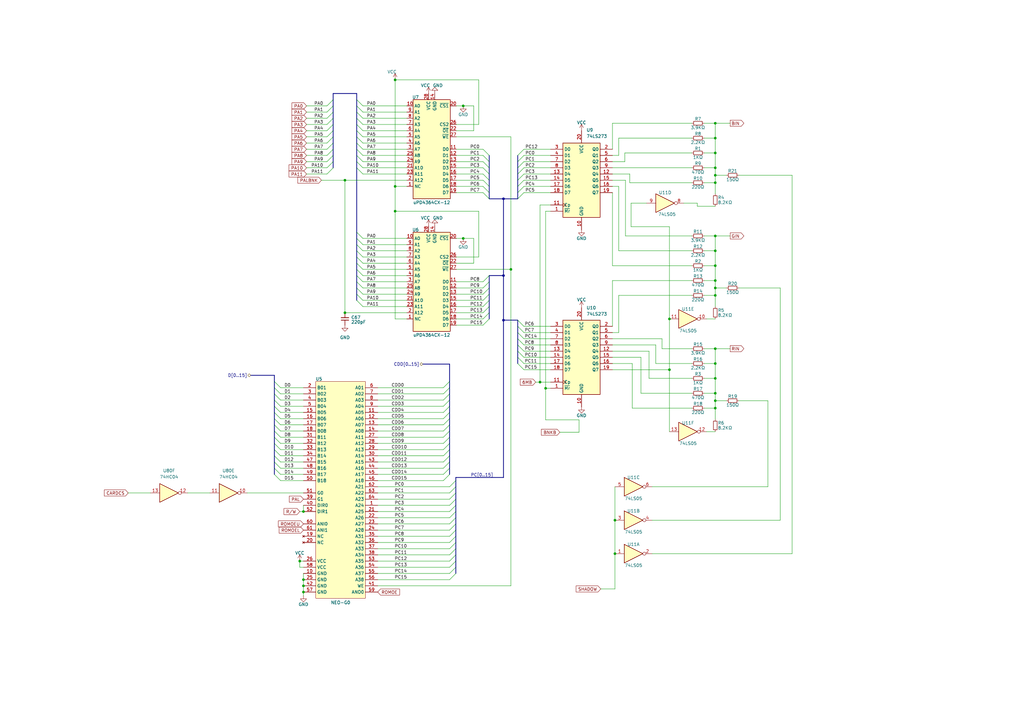
<source format=kicad_sch>
(kicad_sch (version 20211123) (generator eeschema)
  (paper "A3")
  (junction (at 293.37 71.882))
  (junction (at 293.37 115.062))
  (junction (at 122.936 230.124))
  (junction (at 189.992 43.434))
  (junction (at 252.222 227.076))
  (junction (at 206.502 131.318))
  (junction (at 293.37 161.29))
  (junction (at 293.37 149.098))
  (junction (at 293.37 164.338))
  (junction (at 274.574 151.638))
  (junction (at 293.37 121.158))
  (junction (at 206.502 81.534))
  (junction (at 252.222 213.36))
  (junction (at 293.37 56.642))
  (junction (at 209.55 110.49))
  (junction (at 293.37 102.87))
  (junction (at 293.37 62.738))
  (junction (at 124.46 237.744))
  (junction (at 162.052 76.454))
  (junction (at 293.37 108.966))
  (junction (at 124.46 240.284))
  (junction (at 293.37 50.546))
  (junction (at 141.478 73.914))
  (junction (at 162.052 32.766))
  (junction (at 293.37 118.11))
  (junction (at 124.46 242.824))
  (junction (at 189.992 97.79))
  (junction (at 206.502 113.03))
  (junction (at 221.488 156.718))
  (junction (at 293.37 143.002))
  (junction (at 293.37 68.834))
  (junction (at 293.37 155.194))
  (junction (at 293.37 74.93))
  (junction (at 274.574 130.81))
  (junction (at 223.774 159.258))
  (junction (at 124.46 209.804))
  (junction (at 293.37 96.774))
  (junction (at 293.37 167.386))
  (junction (at 141.478 128.27))
  (junction (at 162.052 86.614))
  (bus_entry (at 146.304 97.79) (size 2.54 2.54))
  (bus_entry (at 186.944 217.424) (size -2.54 2.54))
  (bus_entry (at 184.404 161.544) (size -2.54 2.54))
  (bus_entry (at 186.944 207.264) (size -2.54 2.54))
  (bus_entry (at 198.12 115.57) (size 2.54 -2.54))
  (bus_entry (at 198.12 78.994) (size 2.54 2.54))
  (bus_entry (at 198.12 61.214) (size 2.54 2.54))
  (bus_entry (at 198.12 68.834) (size 2.54 2.54))
  (bus_entry (at 136.652 43.434) (size -2.54 2.54))
  (bus_entry (at 186.944 227.584) (size -2.54 2.54))
  (bus_entry (at 198.12 125.73) (size 2.54 -2.54))
  (bus_entry (at 112.522 166.624) (size 2.54 2.54))
  (bus_entry (at 146.304 113.03) (size 2.54 2.54))
  (bus_entry (at 136.652 51.054) (size -2.54 2.54))
  (bus_entry (at 136.652 48.514) (size -2.54 2.54))
  (bus_entry (at 146.304 58.674) (size 2.54 2.54))
  (bus_entry (at 112.522 174.244) (size 2.54 2.54))
  (bus_entry (at 136.652 56.134) (size -2.54 2.54))
  (bus_entry (at 146.304 56.134) (size 2.54 2.54))
  (bus_entry (at 198.12 73.914) (size 2.54 2.54))
  (bus_entry (at 186.944 204.724) (size -2.54 2.54))
  (bus_entry (at 214.884 146.558) (size -2.54 -2.54))
  (bus_entry (at 184.404 174.244) (size -2.54 2.54))
  (bus_entry (at 112.522 169.164) (size 2.54 2.54))
  (bus_entry (at 198.12 118.11) (size 2.54 -2.54))
  (bus_entry (at 146.304 120.65) (size 2.54 2.54))
  (bus_entry (at 198.12 71.374) (size 2.54 2.54))
  (bus_entry (at 214.884 73.914) (size -2.54 2.54))
  (bus_entry (at 186.944 222.504) (size -2.54 2.54))
  (bus_entry (at 184.404 194.564) (size -2.54 2.54))
  (bus_entry (at 186.944 212.344) (size -2.54 2.54))
  (bus_entry (at 112.522 171.704) (size 2.54 2.54))
  (bus_entry (at 214.884 138.938) (size -2.54 -2.54))
  (bus_entry (at 136.652 61.214) (size -2.54 2.54))
  (bus_entry (at 136.652 40.894) (size -2.54 2.54))
  (bus_entry (at 214.884 61.214) (size -2.54 2.54))
  (bus_entry (at 146.304 63.754) (size 2.54 2.54))
  (bus_entry (at 214.884 76.454) (size -2.54 2.54))
  (bus_entry (at 184.404 184.404) (size -2.54 2.54))
  (bus_entry (at 214.884 136.398) (size -2.54 -2.54))
  (bus_entry (at 146.304 53.594) (size 2.54 2.54))
  (bus_entry (at 146.304 102.87) (size 2.54 2.54))
  (bus_entry (at 198.12 63.754) (size 2.54 2.54))
  (bus_entry (at 146.304 107.95) (size 2.54 2.54))
  (bus_entry (at 146.304 105.41) (size 2.54 2.54))
  (bus_entry (at 146.304 48.514) (size 2.54 2.54))
  (bus_entry (at 214.884 63.754) (size -2.54 2.54))
  (bus_entry (at 146.304 118.11) (size 2.54 2.54))
  (bus_entry (at 186.944 214.884) (size -2.54 2.54))
  (bus_entry (at 136.652 66.294) (size -2.54 2.54))
  (bus_entry (at 146.304 45.974) (size 2.54 2.54))
  (bus_entry (at 184.404 159.004) (size -2.54 2.54))
  (bus_entry (at 112.522 194.564) (size 2.54 2.54))
  (bus_entry (at 198.12 76.454) (size 2.54 2.54))
  (bus_entry (at 198.12 66.294) (size 2.54 2.54))
  (bus_entry (at 112.522 164.084) (size 2.54 2.54))
  (bus_entry (at 146.304 68.834) (size 2.54 2.54))
  (bus_entry (at 146.304 110.49) (size 2.54 2.54))
  (bus_entry (at 146.304 51.054) (size 2.54 2.54))
  (bus_entry (at 214.884 151.638) (size -2.54 -2.54))
  (bus_entry (at 136.652 63.754) (size -2.54 2.54))
  (bus_entry (at 186.944 197.104) (size -2.54 2.54))
  (bus_entry (at 136.652 45.974) (size -2.54 2.54))
  (bus_entry (at 184.404 181.864) (size -2.54 2.54))
  (bus_entry (at 146.304 43.434) (size 2.54 2.54))
  (bus_entry (at 112.522 184.404) (size 2.54 2.54))
  (bus_entry (at 214.884 144.018) (size -2.54 -2.54))
  (bus_entry (at 198.12 120.65) (size 2.54 -2.54))
  (bus_entry (at 214.884 78.994) (size -2.54 2.54))
  (bus_entry (at 112.522 192.024) (size 2.54 2.54))
  (bus_entry (at 186.944 209.804) (size -2.54 2.54))
  (bus_entry (at 184.404 179.324) (size -2.54 2.54))
  (bus_entry (at 186.944 235.204) (size -2.54 2.54))
  (bus_entry (at 184.404 164.084) (size -2.54 2.54))
  (bus_entry (at 146.304 66.294) (size 2.54 2.54))
  (bus_entry (at 136.652 58.674) (size -2.54 2.54))
  (bus_entry (at 198.12 130.81) (size 2.54 -2.54))
  (bus_entry (at 198.12 128.27) (size 2.54 -2.54))
  (bus_entry (at 112.522 159.004) (size 2.54 2.54))
  (bus_entry (at 186.944 230.124) (size -2.54 2.54))
  (bus_entry (at 112.522 186.944) (size 2.54 2.54))
  (bus_entry (at 146.304 100.33) (size 2.54 2.54))
  (bus_entry (at 184.404 171.704) (size -2.54 2.54))
  (bus_entry (at 214.884 68.834) (size -2.54 2.54))
  (bus_entry (at 214.884 133.858) (size -2.54 -2.54))
  (bus_entry (at 198.12 123.19) (size 2.54 -2.54))
  (bus_entry (at 112.522 176.784) (size 2.54 2.54))
  (bus_entry (at 184.404 186.944) (size -2.54 2.54))
  (bus_entry (at 186.944 219.964) (size -2.54 2.54))
  (bus_entry (at 146.304 61.214) (size 2.54 2.54))
  (bus_entry (at 214.884 149.098) (size -2.54 -2.54))
  (bus_entry (at 214.884 66.294) (size -2.54 2.54))
  (bus_entry (at 136.652 53.594) (size -2.54 2.54))
  (bus_entry (at 136.652 68.834) (size -2.54 2.54))
  (bus_entry (at 214.884 71.374) (size -2.54 2.54))
  (bus_entry (at 186.944 232.664) (size -2.54 2.54))
  (bus_entry (at 184.404 192.024) (size -2.54 2.54))
  (bus_entry (at 214.884 141.478) (size -2.54 -2.54))
  (bus_entry (at 112.522 161.544) (size 2.54 2.54))
  (bus_entry (at 198.12 133.35) (size 2.54 -2.54))
  (bus_entry (at 146.304 40.894) (size 2.54 2.54))
  (bus_entry (at 184.404 156.464) (size -2.54 2.54))
  (bus_entry (at 184.404 176.784) (size -2.54 2.54))
  (bus_entry (at 146.304 95.25) (size 2.54 2.54))
  (bus_entry (at 184.404 189.484) (size -2.54 2.54))
  (bus_entry (at 186.944 199.644) (size -2.54 2.54))
  (bus_entry (at 112.522 179.324) (size 2.54 2.54))
  (bus_entry (at 146.304 123.19) (size 2.54 2.54))
  (bus_entry (at 186.944 202.184) (size -2.54 2.54))
  (bus_entry (at 112.522 181.864) (size 2.54 2.54))
  (bus_entry (at 184.404 169.164) (size -2.54 2.54))
  (bus_entry (at 146.304 115.57) (size 2.54 2.54))
  (bus_entry (at 112.522 189.484) (size 2.54 2.54))
  (bus_entry (at 112.522 156.464) (size 2.54 2.54))
  (bus_entry (at 186.944 225.044) (size -2.54 2.54))
  (bus_entry (at 184.404 166.624) (size -2.54 2.54))
  (bus (pts (xy 112.522 192.024) (xy 112.522 189.484)))
  (wire (pts (xy 253.746 102.87) (xy 283.718 102.87)))
  (bus (pts (xy 112.522 186.944) (xy 112.522 184.404)))
  (wire (pts (xy 125.73 45.974) (xy 134.112 45.974)))
  (bus (pts (xy 184.404 171.704) (xy 184.404 169.164)))
  (bus (pts (xy 112.522 194.564) (xy 112.522 192.024)))
  (wire (pts (xy 76.962 202.184) (xy 86.106 202.184)))
  (wire (pts (xy 154.94 161.544) (xy 181.864 161.544)))
  (wire (pts (xy 320.04 213.36) (xy 267.462 213.36)))
  (wire (pts (xy 154.94 240.284) (xy 209.55 240.284)))
  (bus (pts (xy 184.404 156.464) (xy 184.404 149.352)))
  (wire (pts (xy 148.844 63.754) (xy 166.878 63.754)))
  (wire (pts (xy 125.73 71.374) (xy 134.112 71.374)))
  (wire (pts (xy 154.94 217.424) (xy 184.404 217.424)))
  (wire (pts (xy 148.844 100.33) (xy 166.878 100.33)))
  (wire (pts (xy 293.37 50.546) (xy 293.37 56.642)))
  (wire (pts (xy 293.37 118.11) (xy 293.37 121.158)))
  (wire (pts (xy 280.416 83.312) (xy 286.004 83.312)))
  (wire (pts (xy 288.798 108.966) (xy 293.37 108.966)))
  (wire (pts (xy 124.46 159.004) (xy 115.062 159.004)))
  (wire (pts (xy 274.574 151.638) (xy 274.574 177.038)))
  (bus (pts (xy 146.304 48.514) (xy 146.304 45.974)))
  (wire (pts (xy 251.206 108.966) (xy 283.718 108.966)))
  (wire (pts (xy 259.334 167.386) (xy 259.334 149.098)))
  (wire (pts (xy 225.806 133.858) (xy 214.884 133.858)))
  (wire (pts (xy 124.46 169.164) (xy 115.062 169.164)))
  (wire (pts (xy 288.798 96.774) (xy 293.37 96.774)))
  (wire (pts (xy 148.844 113.03) (xy 166.878 113.03)))
  (bus (pts (xy 212.344 136.398) (xy 212.344 133.858)))
  (wire (pts (xy 196.342 86.614) (xy 162.052 86.614)))
  (bus (pts (xy 186.944 212.344) (xy 186.944 209.804)))
  (wire (pts (xy 154.94 192.024) (xy 181.864 192.024)))
  (wire (pts (xy 268.986 149.098) (xy 283.718 149.098)))
  (wire (pts (xy 189.992 97.79) (xy 194.31 97.79)))
  (wire (pts (xy 293.37 161.29) (xy 293.37 164.338)))
  (wire (pts (xy 154.94 204.724) (xy 184.404 204.724)))
  (wire (pts (xy 262.89 161.29) (xy 283.718 161.29)))
  (bus (pts (xy 112.522 164.084) (xy 112.522 161.544)))
  (wire (pts (xy 225.806 76.454) (xy 214.884 76.454)))
  (wire (pts (xy 288.798 74.93) (xy 293.37 74.93)))
  (wire (pts (xy 125.73 61.214) (xy 134.112 61.214)))
  (wire (pts (xy 293.37 96.774) (xy 299.466 96.774)))
  (bus (pts (xy 136.652 56.134) (xy 136.652 53.594)))
  (bus (pts (xy 112.522 161.544) (xy 112.522 159.004)))
  (bus (pts (xy 200.66 81.534) (xy 206.502 81.534)))
  (wire (pts (xy 162.052 86.614) (xy 162.052 76.454)))
  (wire (pts (xy 124.46 237.744) (xy 124.46 240.284)))
  (wire (pts (xy 251.206 115.062) (xy 251.206 133.858)))
  (bus (pts (xy 186.944 204.724) (xy 186.944 202.184)))
  (wire (pts (xy 271.526 143.002) (xy 271.526 138.938)))
  (bus (pts (xy 136.652 61.214) (xy 136.652 58.674)))
  (wire (pts (xy 223.774 159.258) (xy 225.806 159.258)))
  (bus (pts (xy 146.304 115.57) (xy 146.304 113.03)))
  (bus (pts (xy 186.944 214.884) (xy 186.944 212.344)))
  (bus (pts (xy 184.404 189.484) (xy 184.404 186.944)))
  (wire (pts (xy 154.94 186.944) (xy 181.864 186.944)))
  (bus (pts (xy 146.304 118.11) (xy 146.304 115.57)))
  (wire (pts (xy 187.198 97.79) (xy 189.992 97.79)))
  (bus (pts (xy 184.404 174.244) (xy 184.404 171.704)))
  (wire (pts (xy 293.37 143.002) (xy 299.466 143.002)))
  (bus (pts (xy 112.522 181.864) (xy 112.522 179.324)))
  (wire (pts (xy 293.37 125.73) (xy 293.37 121.158)))
  (wire (pts (xy 251.206 115.062) (xy 283.718 115.062)))
  (wire (pts (xy 288.798 167.386) (xy 293.37 167.386)))
  (wire (pts (xy 52.578 202.184) (xy 61.722 202.184)))
  (bus (pts (xy 136.652 63.754) (xy 136.652 61.214)))
  (bus (pts (xy 146.304 63.754) (xy 146.304 61.214)))
  (wire (pts (xy 141.478 128.27) (xy 141.478 73.914)))
  (wire (pts (xy 251.206 78.994) (xy 251.206 108.966)))
  (bus (pts (xy 112.522 174.244) (xy 112.522 171.704)))
  (bus (pts (xy 186.944 209.804) (xy 186.944 207.264)))
  (bus (pts (xy 146.304 113.03) (xy 146.304 110.49)))
  (wire (pts (xy 258.826 92.964) (xy 274.574 92.964)))
  (wire (pts (xy 271.526 138.938) (xy 251.206 138.938)))
  (wire (pts (xy 293.37 108.966) (xy 293.37 115.062)))
  (wire (pts (xy 162.052 76.454) (xy 166.878 76.454)))
  (wire (pts (xy 288.798 62.738) (xy 293.37 62.738)))
  (bus (pts (xy 136.652 58.674) (xy 136.652 56.134)))
  (wire (pts (xy 154.94 212.344) (xy 184.404 212.344)))
  (wire (pts (xy 225.806 63.754) (xy 214.884 63.754)))
  (wire (pts (xy 268.986 141.478) (xy 268.986 149.098)))
  (wire (pts (xy 293.37 164.338) (xy 293.37 167.386)))
  (bus (pts (xy 146.304 97.79) (xy 146.304 95.25)))
  (bus (pts (xy 200.66 113.03) (xy 206.502 113.03)))
  (bus (pts (xy 200.66 115.57) (xy 200.66 113.03)))
  (wire (pts (xy 148.844 107.95) (xy 166.878 107.95)))
  (bus (pts (xy 212.344 68.834) (xy 212.344 71.374)))
  (wire (pts (xy 194.31 43.434) (xy 194.31 53.594)))
  (wire (pts (xy 253.746 56.642) (xy 283.718 56.642)))
  (wire (pts (xy 125.73 48.514) (xy 134.112 48.514)))
  (wire (pts (xy 154.94 235.204) (xy 184.404 235.204)))
  (wire (pts (xy 154.94 209.804) (xy 184.404 209.804)))
  (bus (pts (xy 146.304 56.134) (xy 146.304 53.594)))
  (bus (pts (xy 146.304 123.19) (xy 146.304 120.65)))
  (wire (pts (xy 125.73 56.134) (xy 134.112 56.134)))
  (wire (pts (xy 293.37 96.774) (xy 293.37 102.87)))
  (wire (pts (xy 166.878 130.81) (xy 162.052 130.81)))
  (wire (pts (xy 283.718 167.386) (xy 259.334 167.386)))
  (bus (pts (xy 136.652 48.514) (xy 136.652 45.974)))
  (bus (pts (xy 200.66 123.19) (xy 200.66 120.65)))
  (wire (pts (xy 293.37 79.502) (xy 293.37 74.93)))
  (wire (pts (xy 324.866 227.076) (xy 324.866 71.882)))
  (wire (pts (xy 223.774 172.212) (xy 237.49 172.212)))
  (bus (pts (xy 200.66 125.73) (xy 200.66 123.19)))
  (wire (pts (xy 148.844 66.294) (xy 166.878 66.294)))
  (wire (pts (xy 274.574 92.964) (xy 274.574 130.81)))
  (wire (pts (xy 124.46 192.024) (xy 115.062 192.024)))
  (wire (pts (xy 148.844 123.19) (xy 166.878 123.19)))
  (wire (pts (xy 154.94 230.124) (xy 184.404 230.124)))
  (bus (pts (xy 112.522 184.404) (xy 112.522 181.864)))
  (wire (pts (xy 297.942 164.338) (xy 293.37 164.338)))
  (wire (pts (xy 187.198 130.81) (xy 198.12 130.81)))
  (wire (pts (xy 154.94 174.244) (xy 181.864 174.244)))
  (bus (pts (xy 212.344 78.994) (xy 212.344 81.534)))
  (wire (pts (xy 194.31 53.594) (xy 187.198 53.594)))
  (bus (pts (xy 186.944 230.124) (xy 186.944 227.584)))
  (wire (pts (xy 288.798 143.002) (xy 293.37 143.002)))
  (wire (pts (xy 148.844 118.11) (xy 166.878 118.11)))
  (bus (pts (xy 146.304 58.674) (xy 146.304 56.134)))
  (wire (pts (xy 101.346 202.184) (xy 124.46 202.184)))
  (bus (pts (xy 184.404 186.944) (xy 184.404 184.404)))
  (wire (pts (xy 124.46 181.864) (xy 115.062 181.864)))
  (wire (pts (xy 125.73 51.054) (xy 134.112 51.054)))
  (wire (pts (xy 225.806 151.638) (xy 214.884 151.638)))
  (wire (pts (xy 148.844 110.49) (xy 166.878 110.49)))
  (wire (pts (xy 187.198 123.19) (xy 198.12 123.19)))
  (wire (pts (xy 162.052 76.454) (xy 162.052 32.766)))
  (wire (pts (xy 303.022 118.11) (xy 320.04 118.11)))
  (wire (pts (xy 148.844 58.674) (xy 166.878 58.674)))
  (bus (pts (xy 146.304 43.434) (xy 146.304 40.894)))
  (wire (pts (xy 154.94 222.504) (xy 184.404 222.504)))
  (wire (pts (xy 253.746 136.398) (xy 251.206 136.398)))
  (wire (pts (xy 154.94 166.624) (xy 181.864 166.624)))
  (wire (pts (xy 148.844 68.834) (xy 166.878 68.834)))
  (wire (pts (xy 265.176 83.312) (xy 258.826 83.312)))
  (bus (pts (xy 186.944 202.184) (xy 186.944 199.644)))
  (bus (pts (xy 136.652 43.434) (xy 136.652 40.894)))
  (wire (pts (xy 253.746 63.754) (xy 253.746 56.642)))
  (bus (pts (xy 136.652 66.294) (xy 136.652 63.754)))
  (wire (pts (xy 194.31 97.79) (xy 194.31 107.95)))
  (wire (pts (xy 154.94 189.484) (xy 181.864 189.484)))
  (wire (pts (xy 148.844 45.974) (xy 166.878 45.974)))
  (wire (pts (xy 124.46 166.624) (xy 115.062 166.624)))
  (bus (pts (xy 102.87 153.924) (xy 112.522 153.924)))
  (bus (pts (xy 184.404 159.004) (xy 184.404 156.464)))
  (wire (pts (xy 293.37 143.002) (xy 293.37 149.098)))
  (bus (pts (xy 146.304 61.214) (xy 146.304 58.674)))
  (bus (pts (xy 212.344 133.858) (xy 212.344 131.318)))
  (wire (pts (xy 314.96 199.644) (xy 314.96 164.338)))
  (bus (pts (xy 186.944 195.834) (xy 206.502 195.834)))
  (wire (pts (xy 154.94 194.564) (xy 181.864 194.564)))
  (wire (pts (xy 148.844 48.514) (xy 166.878 48.514)))
  (bus (pts (xy 184.404 166.624) (xy 184.404 164.084)))
  (wire (pts (xy 225.806 146.558) (xy 214.884 146.558)))
  (wire (pts (xy 124.46 197.104) (xy 115.062 197.104)))
  (wire (pts (xy 251.206 76.454) (xy 253.746 76.454)))
  (bus (pts (xy 186.944 197.104) (xy 186.944 195.834)))
  (bus (pts (xy 146.304 40.894) (xy 146.304 38.354)))
  (bus (pts (xy 200.66 71.374) (xy 200.66 73.914)))
  (bus (pts (xy 184.404 181.864) (xy 184.404 179.324)))
  (bus (pts (xy 112.522 166.624) (xy 112.522 164.084)))
  (wire (pts (xy 297.942 71.882) (xy 293.37 71.882)))
  (bus (pts (xy 200.66 120.65) (xy 200.66 118.11)))
  (bus (pts (xy 200.66 76.454) (xy 200.66 78.994)))
  (bus (pts (xy 146.304 107.95) (xy 146.304 105.41)))
  (wire (pts (xy 274.574 130.81) (xy 274.574 151.638)))
  (wire (pts (xy 187.198 105.41) (xy 196.342 105.41)))
  (wire (pts (xy 258.318 71.374) (xy 258.318 74.93)))
  (wire (pts (xy 251.206 146.558) (xy 262.89 146.558)))
  (wire (pts (xy 251.206 141.478) (xy 268.986 141.478)))
  (wire (pts (xy 154.94 237.744) (xy 184.404 237.744)))
  (bus (pts (xy 200.66 66.294) (xy 200.66 68.834)))
  (wire (pts (xy 283.718 121.158) (xy 253.746 121.158)))
  (wire (pts (xy 225.806 144.018) (xy 214.884 144.018)))
  (wire (pts (xy 148.844 105.41) (xy 166.878 105.41)))
  (wire (pts (xy 148.844 51.054) (xy 166.878 51.054)))
  (wire (pts (xy 154.94 159.004) (xy 181.864 159.004)))
  (wire (pts (xy 288.798 50.546) (xy 293.37 50.546)))
  (bus (pts (xy 112.522 171.704) (xy 112.522 169.164)))
  (wire (pts (xy 286.004 83.312) (xy 286.004 84.582)))
  (wire (pts (xy 256.286 66.294) (xy 256.286 62.738)))
  (wire (pts (xy 154.94 214.884) (xy 184.404 214.884)))
  (bus (pts (xy 112.522 169.164) (xy 112.522 166.624)))
  (bus (pts (xy 112.522 179.324) (xy 112.522 176.784)))
  (bus (pts (xy 112.522 176.784) (xy 112.522 174.244)))
  (wire (pts (xy 288.798 155.194) (xy 293.37 155.194)))
  (wire (pts (xy 122.936 230.124) (xy 122.936 232.664)))
  (wire (pts (xy 293.37 71.882) (xy 293.37 74.93)))
  (wire (pts (xy 122.936 230.124) (xy 124.46 230.124)))
  (wire (pts (xy 288.798 56.642) (xy 293.37 56.642)))
  (bus (pts (xy 186.944 230.124) (xy 186.944 232.664)))
  (wire (pts (xy 148.844 125.73) (xy 166.878 125.73)))
  (wire (pts (xy 131.826 73.914) (xy 141.478 73.914)))
  (bus (pts (xy 184.404 164.084) (xy 184.404 161.544)))
  (wire (pts (xy 256.54 73.914) (xy 256.54 96.774)))
  (wire (pts (xy 221.488 156.718) (xy 225.806 156.718)))
  (wire (pts (xy 196.342 32.766) (xy 196.342 51.054)))
  (wire (pts (xy 288.798 161.29) (xy 293.37 161.29)))
  (bus (pts (xy 212.344 149.098) (xy 212.344 146.558)))
  (bus (pts (xy 212.344 66.294) (xy 212.344 68.834)))
  (wire (pts (xy 225.806 136.398) (xy 214.884 136.398)))
  (wire (pts (xy 283.718 50.546) (xy 251.206 50.546)))
  (wire (pts (xy 187.198 125.73) (xy 198.12 125.73)))
  (bus (pts (xy 212.344 71.374) (xy 212.344 73.914)))
  (wire (pts (xy 194.31 107.95) (xy 187.198 107.95)))
  (bus (pts (xy 212.344 63.754) (xy 212.344 66.294)))
  (wire (pts (xy 124.46 194.564) (xy 115.062 194.564)))
  (wire (pts (xy 221.488 84.074) (xy 225.806 84.074)))
  (bus (pts (xy 200.66 63.754) (xy 200.66 66.294)))
  (wire (pts (xy 148.844 61.214) (xy 166.878 61.214)))
  (wire (pts (xy 187.198 66.294) (xy 198.12 66.294)))
  (wire (pts (xy 225.806 73.914) (xy 214.884 73.914)))
  (wire (pts (xy 187.198 73.914) (xy 198.12 73.914)))
  (wire (pts (xy 221.488 156.718) (xy 221.488 84.074)))
  (bus (pts (xy 186.944 222.504) (xy 186.944 219.964)))
  (wire (pts (xy 187.198 110.49) (xy 209.55 110.49)))
  (wire (pts (xy 288.798 115.062) (xy 293.37 115.062)))
  (wire (pts (xy 225.806 68.834) (xy 214.884 68.834)))
  (wire (pts (xy 283.718 143.002) (xy 271.526 143.002)))
  (wire (pts (xy 320.04 118.11) (xy 320.04 213.36)))
  (wire (pts (xy 293.37 102.87) (xy 293.37 108.966)))
  (wire (pts (xy 289.814 177.038) (xy 293.37 177.038)))
  (wire (pts (xy 256.54 96.774) (xy 283.718 96.774)))
  (wire (pts (xy 293.37 62.738) (xy 293.37 68.834)))
  (wire (pts (xy 293.37 171.958) (xy 293.37 167.386)))
  (wire (pts (xy 251.206 68.834) (xy 283.718 68.834)))
  (wire (pts (xy 187.198 71.374) (xy 198.12 71.374)))
  (bus (pts (xy 206.502 131.318) (xy 212.344 131.318)))
  (wire (pts (xy 251.206 73.914) (xy 256.54 73.914)))
  (bus (pts (xy 146.304 68.834) (xy 146.304 95.25)))
  (wire (pts (xy 187.198 120.65) (xy 198.12 120.65)))
  (bus (pts (xy 186.944 225.044) (xy 186.944 222.504)))
  (wire (pts (xy 252.222 227.076) (xy 252.222 241.554)))
  (wire (pts (xy 251.206 66.294) (xy 256.286 66.294)))
  (wire (pts (xy 189.992 43.434) (xy 194.31 43.434)))
  (bus (pts (xy 112.522 156.464) (xy 112.522 153.924)))
  (bus (pts (xy 146.304 45.974) (xy 146.304 43.434)))
  (bus (pts (xy 146.304 102.87) (xy 146.304 100.33)))
  (wire (pts (xy 223.774 86.614) (xy 223.774 159.258)))
  (wire (pts (xy 246.38 241.554) (xy 252.222 241.554)))
  (bus (pts (xy 206.502 81.534) (xy 206.502 113.03)))
  (wire (pts (xy 154.94 232.664) (xy 184.404 232.664)))
  (wire (pts (xy 125.73 63.754) (xy 134.112 63.754)))
  (wire (pts (xy 154.94 184.404) (xy 181.864 184.404)))
  (wire (pts (xy 154.94 179.324) (xy 181.864 179.324)))
  (wire (pts (xy 293.37 115.062) (xy 293.37 118.11)))
  (bus (pts (xy 173.482 149.352) (xy 184.404 149.352)))
  (wire (pts (xy 124.46 209.804) (xy 122.936 209.804)))
  (wire (pts (xy 223.774 159.258) (xy 223.774 172.212)))
  (wire (pts (xy 124.46 171.704) (xy 115.062 171.704)))
  (bus (pts (xy 206.502 113.03) (xy 206.502 131.318)))
  (wire (pts (xy 148.844 115.57) (xy 166.878 115.57)))
  (wire (pts (xy 258.318 74.93) (xy 283.718 74.93)))
  (bus (pts (xy 186.944 199.644) (xy 186.944 197.104)))
  (bus (pts (xy 212.344 138.938) (xy 212.344 136.398)))
  (wire (pts (xy 187.198 128.27) (xy 198.12 128.27)))
  (wire (pts (xy 267.462 227.076) (xy 324.866 227.076)))
  (wire (pts (xy 288.798 149.098) (xy 293.37 149.098)))
  (wire (pts (xy 283.718 155.194) (xy 266.192 155.194)))
  (wire (pts (xy 124.46 179.324) (xy 115.062 179.324)))
  (bus (pts (xy 146.304 53.594) (xy 146.304 51.054)))
  (wire (pts (xy 256.286 62.738) (xy 283.718 62.738)))
  (wire (pts (xy 125.73 43.434) (xy 134.112 43.434)))
  (wire (pts (xy 154.94 199.644) (xy 184.404 199.644)))
  (wire (pts (xy 266.192 144.018) (xy 251.206 144.018)))
  (wire (pts (xy 225.806 141.478) (xy 214.884 141.478)))
  (bus (pts (xy 184.404 194.564) (xy 184.404 192.024)))
  (bus (pts (xy 212.344 76.454) (xy 212.344 78.994)))
  (bus (pts (xy 186.944 217.424) (xy 186.944 214.884)))
  (wire (pts (xy 267.462 199.644) (xy 314.96 199.644)))
  (wire (pts (xy 266.192 155.194) (xy 266.192 144.018)))
  (wire (pts (xy 259.334 149.098) (xy 251.206 149.098)))
  (bus (pts (xy 200.66 128.27) (xy 200.66 125.73)))
  (bus (pts (xy 184.404 161.544) (xy 184.404 159.004)))
  (wire (pts (xy 187.198 43.434) (xy 189.992 43.434)))
  (wire (pts (xy 262.89 146.558) (xy 262.89 161.29)))
  (wire (pts (xy 187.198 76.454) (xy 198.12 76.454)))
  (wire (pts (xy 187.198 61.214) (xy 198.12 61.214)))
  (wire (pts (xy 225.806 149.098) (xy 214.884 149.098)))
  (wire (pts (xy 154.94 169.164) (xy 181.864 169.164)))
  (wire (pts (xy 225.806 71.374) (xy 214.884 71.374)))
  (bus (pts (xy 136.652 51.054) (xy 136.652 48.514)))
  (wire (pts (xy 154.94 207.264) (xy 184.404 207.264)))
  (wire (pts (xy 187.198 68.834) (xy 198.12 68.834)))
  (wire (pts (xy 124.46 186.944) (xy 115.062 186.944)))
  (bus (pts (xy 212.344 141.478) (xy 212.344 138.938)))
  (wire (pts (xy 229.616 177.292) (xy 237.49 177.292)))
  (bus (pts (xy 136.652 68.834) (xy 136.652 66.294)))
  (bus (pts (xy 184.404 169.164) (xy 184.404 166.624)))
  (wire (pts (xy 148.844 102.87) (xy 166.878 102.87)))
  (wire (pts (xy 187.198 78.994) (xy 198.12 78.994)))
  (wire (pts (xy 124.46 207.264) (xy 124.46 209.804)))
  (wire (pts (xy 125.73 53.594) (xy 134.112 53.594)))
  (wire (pts (xy 154.94 225.044) (xy 184.404 225.044)))
  (bus (pts (xy 136.652 45.974) (xy 136.652 43.434)))
  (wire (pts (xy 219.71 156.718) (xy 221.488 156.718)))
  (wire (pts (xy 124.46 161.544) (xy 115.062 161.544)))
  (wire (pts (xy 125.73 58.674) (xy 134.112 58.674)))
  (wire (pts (xy 162.052 32.766) (xy 196.342 32.766)))
  (wire (pts (xy 196.342 105.41) (xy 196.342 86.614)))
  (bus (pts (xy 212.344 146.558) (xy 212.344 144.018)))
  (bus (pts (xy 146.304 68.834) (xy 146.304 66.294)))
  (wire (pts (xy 286.004 84.582) (xy 293.37 84.582)))
  (bus (pts (xy 184.404 184.404) (xy 184.404 181.864)))
  (bus (pts (xy 212.344 81.534) (xy 206.502 81.534)))
  (wire (pts (xy 148.844 71.374) (xy 166.878 71.374)))
  (wire (pts (xy 154.94 202.184) (xy 184.404 202.184)))
  (bus (pts (xy 200.66 73.914) (xy 200.66 76.454)))
  (bus (pts (xy 200.66 68.834) (xy 200.66 71.374)))
  (bus (pts (xy 146.304 51.054) (xy 146.304 48.514)))
  (wire (pts (xy 124.46 240.284) (xy 124.46 242.824)))
  (wire (pts (xy 162.052 86.614) (xy 162.052 130.81)))
  (bus (pts (xy 146.304 105.41) (xy 146.304 102.87)))
  (wire (pts (xy 258.826 83.312) (xy 258.826 92.964)))
  (wire (pts (xy 225.806 138.938) (xy 214.884 138.938)))
  (bus (pts (xy 212.344 144.018) (xy 212.344 141.478)))
  (wire (pts (xy 251.206 151.638) (xy 274.574 151.638)))
  (wire (pts (xy 154.94 181.864) (xy 181.864 181.864)))
  (bus (pts (xy 146.304 110.49) (xy 146.304 107.95)))
  (bus (pts (xy 136.652 53.594) (xy 136.652 51.054)))
  (bus (pts (xy 146.304 120.65) (xy 146.304 118.11)))
  (wire (pts (xy 125.73 66.294) (xy 134.112 66.294)))
  (wire (pts (xy 124.46 174.244) (xy 115.062 174.244)))
  (wire (pts (xy 124.46 242.824) (xy 124.46 244.348)))
  (bus (pts (xy 112.522 189.484) (xy 112.522 186.944)))
  (wire (pts (xy 289.814 130.81) (xy 293.37 130.81)))
  (wire (pts (xy 293.37 50.546) (xy 299.466 50.546)))
  (wire (pts (xy 293.37 68.834) (xy 293.37 71.882)))
  (bus (pts (xy 136.652 38.354) (xy 146.304 38.354)))
  (wire (pts (xy 148.844 97.79) (xy 166.878 97.79)))
  (bus (pts (xy 186.944 219.964) (xy 186.944 217.424)))
  (wire (pts (xy 251.206 63.754) (xy 253.746 63.754)))
  (wire (pts (xy 288.798 102.87) (xy 293.37 102.87)))
  (wire (pts (xy 124.46 184.404) (xy 115.062 184.404)))
  (wire (pts (xy 124.46 189.484) (xy 115.062 189.484)))
  (wire (pts (xy 154.94 219.964) (xy 184.404 219.964)))
  (wire (pts (xy 237.49 172.212) (xy 237.49 177.292)))
  (wire (pts (xy 187.198 63.754) (xy 198.12 63.754)))
  (wire (pts (xy 196.342 51.054) (xy 187.198 51.054)))
  (wire (pts (xy 154.94 164.084) (xy 181.864 164.084)))
  (bus (pts (xy 186.944 232.664) (xy 186.944 235.204)))
  (bus (pts (xy 146.304 100.33) (xy 146.304 97.79)))
  (bus (pts (xy 184.404 176.784) (xy 184.404 174.244)))
  (wire (pts (xy 124.46 232.664) (xy 122.936 232.664)))
  (bus (pts (xy 186.944 227.584) (xy 186.944 225.044)))
  (wire (pts (xy 209.55 240.284) (xy 209.55 110.49)))
  (wire (pts (xy 225.806 66.294) (xy 214.884 66.294)))
  (bus (pts (xy 206.502 131.318) (xy 206.502 195.834)))
  (wire (pts (xy 187.198 133.35) (xy 198.12 133.35)))
  (wire (pts (xy 187.198 115.57) (xy 198.12 115.57)))
  (wire (pts (xy 225.806 78.994) (xy 214.884 78.994)))
  (wire (pts (xy 124.46 235.204) (xy 124.46 237.744)))
  (wire (pts (xy 166.878 128.27) (xy 141.478 128.27)))
  (wire (pts (xy 252.222 213.36) (xy 252.222 227.076)))
  (wire (pts (xy 324.866 71.882) (xy 303.022 71.882)))
  (wire (pts (xy 148.844 43.434) (xy 166.878 43.434)))
  (wire (pts (xy 148.844 120.65) (xy 166.878 120.65)))
  (wire (pts (xy 187.198 118.11) (xy 198.12 118.11)))
  (bus (pts (xy 200.66 130.81) (xy 200.66 128.27)))
  (wire (pts (xy 293.37 56.642) (xy 293.37 62.738)))
  (wire (pts (xy 154.94 176.784) (xy 181.864 176.784)))
  (bus (pts (xy 184.404 179.324) (xy 184.404 176.784)))
  (wire (pts (xy 148.844 53.594) (xy 166.878 53.594)))
  (bus (pts (xy 200.66 118.11) (xy 200.66 115.57)))
  (wire (pts (xy 154.94 197.104) (xy 181.864 197.104)))
  (wire (pts (xy 124.46 176.784) (xy 115.062 176.784)))
  (wire (pts (xy 141.478 73.914) (xy 166.878 73.914)))
  (wire (pts (xy 314.96 164.338) (xy 303.022 164.338)))
  (wire (pts (xy 125.73 68.834) (xy 134.112 68.834)))
  (wire (pts (xy 253.746 76.454) (xy 253.746 102.87)))
  (wire (pts (xy 209.55 110.49) (xy 209.55 56.134)))
  (wire (pts (xy 124.46 164.084) (xy 115.062 164.084)))
  (wire (pts (xy 225.806 86.614) (xy 223.774 86.614)))
  (wire (pts (xy 288.798 68.834) (xy 293.37 68.834)))
  (wire (pts (xy 251.206 50.546) (xy 251.206 61.214)))
  (wire (pts (xy 154.94 227.584) (xy 184.404 227.584)))
  (wire (pts (xy 293.37 149.098) (xy 293.37 155.194)))
  (bus (pts (xy 136.652 40.894) (xy 136.652 38.354)))
  (bus (pts (xy 146.304 66.294) (xy 146.304 63.754)))
  (wire (pts (xy 288.798 121.158) (xy 293.37 121.158)))
  (wire (pts (xy 297.942 118.11) (xy 293.37 118.11)))
  (wire (pts (xy 148.844 56.134) (xy 166.878 56.134)))
  (wire (pts (xy 252.222 199.644) (xy 252.222 213.36)))
  (wire (pts (xy 154.94 171.704) (xy 181.864 171.704)))
  (wire (pts (xy 209.55 56.134) (xy 187.198 56.134)))
  (wire (pts (xy 225.806 61.214) (xy 214.884 61.214)))
  (bus (pts (xy 186.944 207.264) (xy 186.944 204.724)))
  (bus (pts (xy 212.344 73.914) (xy 212.344 76.454)))
  (wire (pts (xy 251.206 71.374) (xy 258.318 71.374)))
  (bus (pts (xy 112.522 159.004) (xy 112.522 156.464)))
  (wire (pts (xy 293.37 155.194) (xy 293.37 161.29)))
  (bus (pts (xy 200.66 78.994) (xy 200.66 81.534)))
  (bus (pts (xy 184.404 192.024) (xy 184.404 189.484)))
  (wire (pts (xy 253.746 121.158) (xy 253.746 136.398)))
  (label "CDD11" (at 160.528 186.944 0))
  (label "PC1" (at 215.392 66.294 0))
  (label "PC12" (at 161.798 230.124 0))
  (label "PC11" (at 215.138 149.098 0))
  (label "CDD9" (at 160.528 181.864 0))
  (label "CDD7" (at 160.528 176.784 0))
  (label "PC2" (at 192.786 66.294 0))
  (label "CDD2" (at 160.528 164.084 0))
  (label "PA5" (at 150.368 110.49 0))
  (label "PC[0..15]" (at 193.04 195.834 0))
  (label "D5" (at 116.586 171.704 0))
  (label "PA0" (at 150.368 97.79 0))
  (label "CDD4" (at 160.528 169.164 0))
  (label "PC13" (at 192.786 128.27 0))
  (label "PC6" (at 215.138 133.858 0))
  (label "D14" (at 116.586 194.564 0))
  (label "PA5" (at 150.368 56.134 0))
  (label "D9" (at 116.586 181.864 0))
  (label "PA6" (at 132.588 58.674 180))
  (label "PC4" (at 215.392 76.454 0))
  (label "PC12" (at 215.392 61.214 0))
  (label "PA2" (at 132.588 48.514 180))
  (label "PA11" (at 150.368 125.73 0))
  (label "PC0" (at 215.392 63.754 0))
  (label "D6" (at 116.586 174.244 0))
  (label "PC0" (at 192.786 61.214 0))
  (label "PA7" (at 150.368 115.57 0))
  (label "D10" (at 116.586 184.404 0))
  (label "PA4" (at 150.368 53.594 0))
  (label "PA3" (at 132.588 51.054 180))
  (label "D0" (at 116.586 159.004 0))
  (label "PA2" (at 150.368 48.514 0))
  (label "PC14" (at 215.138 138.938 0))
  (label "D12" (at 116.586 189.484 0))
  (label "PA11" (at 132.588 71.374 180))
  (label "PA2" (at 150.368 102.87 0))
  (label "D3" (at 116.586 166.624 0))
  (label "D2" (at 116.586 164.084 0))
  (label "PA4" (at 150.368 107.95 0))
  (label "PC1" (at 161.798 202.184 0))
  (label "CDD6" (at 160.528 174.244 0))
  (label "PA11" (at 150.368 71.374 0))
  (label "PA9" (at 132.588 66.294 180))
  (label "PC10" (at 215.138 146.558 0))
  (label "PC15" (at 215.138 151.638 0))
  (label "PC4" (at 192.786 71.374 0))
  (label "PC15" (at 161.798 237.744 0))
  (label "CDD5" (at 160.528 171.704 0))
  (label "PA8" (at 132.588 63.754 180))
  (label "CDD0" (at 160.528 159.004 0))
  (label "CDD10" (at 160.528 184.404 0))
  (label "PC14" (at 161.798 235.204 0))
  (label "CDD15" (at 160.528 197.104 0))
  (label "PC1" (at 192.786 63.754 0))
  (label "PC12" (at 192.786 125.73 0))
  (label "PA0" (at 132.588 43.434 180))
  (label "D8" (at 116.586 179.324 0))
  (label "PC3" (at 192.786 68.834 0))
  (label "PC10" (at 192.786 120.65 0))
  (label "PC5" (at 215.392 78.994 0))
  (label "PC13" (at 215.392 73.914 0))
  (label "PC7" (at 192.786 78.994 0))
  (label "CDD1" (at 160.528 161.544 0))
  (label "PC2" (at 215.392 68.834 0))
  (label "PA8" (at 150.368 63.754 0))
  (label "D13" (at 116.586 192.024 0))
  (label "PC14" (at 192.786 130.81 0))
  (label "CDD14" (at 160.528 194.564 0))
  (label "PA10" (at 150.368 68.834 0))
  (label "CDD3" (at 160.528 166.624 0))
  (label "PA6" (at 150.368 113.03 0))
  (label "PC6" (at 192.786 76.454 0))
  (label "PA3" (at 150.368 105.41 0))
  (label "PC4" (at 161.798 209.804 0))
  (label "PC15" (at 192.786 133.35 0))
  (label "PC3" (at 215.392 71.374 0))
  (label "PC9" (at 215.138 144.018 0))
  (label "PC2" (at 161.798 204.724 0))
  (label "PA9" (at 150.368 120.65 0))
  (label "D7" (at 116.586 176.784 0))
  (label "PC11" (at 161.798 227.584 0))
  (label "PC3" (at 161.798 207.264 0))
  (label "PC8" (at 215.138 141.478 0))
  (label "PC9" (at 192.786 118.11 0))
  (label "PC0" (at 161.798 199.644 0))
  (label "PA5" (at 132.588 56.134 180))
  (label "PA10" (at 132.588 68.834 180))
  (label "D1" (at 116.586 161.544 0))
  (label "D4" (at 116.586 169.164 0))
  (label "PA1" (at 150.368 45.974 0))
  (label "CDD12" (at 160.528 189.484 0))
  (label "PC5" (at 192.786 73.914 0))
  (label "CDD8" (at 160.528 179.324 0))
  (label "PA1" (at 150.368 100.33 0))
  (label "PC7" (at 215.138 136.398 0))
  (label "PA7" (at 132.588 61.214 180))
  (label "PA1" (at 132.588 45.974 180))
  (label "D11" (at 116.586 186.944 0))
  (label "D15" (at 116.586 197.104 0))
  (label "PC11" (at 192.786 123.19 0))
  (label "PC7" (at 161.798 217.424 0))
  (label "PA0" (at 150.368 43.434 0))
  (label "PC6" (at 161.798 214.884 0))
  (label "PC8" (at 161.798 219.964 0))
  (label "PC13" (at 161.798 232.664 0))
  (label "PC9" (at 161.798 222.504 0))
  (label "PA8" (at 150.368 118.11 0))
  (label "CDD13" (at 160.528 192.024 0))
  (label "PC5" (at 161.798 212.344 0))
  (label "PA7" (at 150.368 61.214 0))
  (label "PA6" (at 150.368 58.674 0))
  (label "PA9" (at 150.368 66.294 0))
  (label "PA10" (at 150.368 123.19 0))
  (label "PC8" (at 192.786 115.57 0))
  (label "PA3" (at 150.368 51.054 0))
  (label "PA4" (at 132.588 53.594 180))
  (label "PC10" (at 161.798 225.044 0))
  (global_label "PAL" (shape input) (at 124.46 204.724 180) (property "Intersheet References" "${INTERSHEET_REFS}" (effects hide)))
  (global_label "PA4" (shape input) (at 125.73 53.594 180) (property "Intersheet References" "${INTERSHEET_REFS}" (effects hide)))
  (global_label "ROMOEL" (shape input) (at 124.46 217.424 180) (property "Intersheet References" "${INTERSHEET_REFS}" (effects hide)))
  (global_label "PA2" (shape input) (at 125.73 48.514 180) (property "Intersheet References" "${INTERSHEET_REFS}" (effects hide)))
  (global_label "RIN" (shape output) (at 299.466 143.002 0) (property "Intersheet References" "${INTERSHEET_REFS}" (effects hide)))
  (global_label "BIN" (shape output) (at 299.466 50.546 0) (property "Intersheet References" "${INTERSHEET_REFS}" (effects hide)))
  (global_label "PA0" (shape input) (at 125.73 43.434 180) (property "Intersheet References" "${INTERSHEET_REFS}" (effects hide)))
  (global_label "BNKB" (shape input) (at 229.616 177.292 180) (property "Intersheet References" "${INTERSHEET_REFS}" (effects hide)))
  (global_label "R{slash}W" (shape input) (at 122.936 209.804 180) (property "Intersheet References" "${INTERSHEET_REFS}" (effects hide)))
  (global_label "CARDCS" (shape input) (at 52.578 202.184 180) (property "Intersheet References" "${INTERSHEET_REFS}" (effects hide)))
  (global_label "PA9" (shape input) (at 125.73 66.294 180) (property "Intersheet References" "${INTERSHEET_REFS}" (effects hide)))
  (global_label "ROMOE" (shape input) (at 154.94 242.824 0) (property "Intersheet References" "${INTERSHEET_REFS}" (effects hide)))
  (global_label "PA3" (shape input) (at 125.73 51.054 180) (property "Intersheet References" "${INTERSHEET_REFS}" (effects hide)))
  (global_label "PA6" (shape input) (at 125.73 58.674 180) (property "Intersheet References" "${INTERSHEET_REFS}" (effects hide)))
  (global_label "SHADOW" (shape input) (at 246.38 241.554 180) (property "Intersheet References" "${INTERSHEET_REFS}" (effects hide)))
  (global_label "PA11" (shape input) (at 125.73 71.374 180) (property "Intersheet References" "${INTERSHEET_REFS}" (effects hide)))
  (global_label "GIN" (shape output) (at 299.466 96.774 0) (property "Intersheet References" "${INTERSHEET_REFS}" (effects hide)))
  (global_label "PA10" (shape input) (at 125.73 68.834 180) (property "Intersheet References" "${INTERSHEET_REFS}" (effects hide)))
  (global_label "ROMOEU" (shape input) (at 124.46 214.884 180) (property "Intersheet References" "${INTERSHEET_REFS}" (effects hide)))
  (global_label "PA8" (shape input) (at 125.73 63.754 180) (property "Intersheet References" "${INTERSHEET_REFS}" (effects hide)))
  (global_label "PA7" (shape input) (at 125.73 61.214 180) (property "Intersheet References" "${INTERSHEET_REFS}" (effects hide)))
  (global_label "PA5" (shape input) (at 125.73 56.134 180) (property "Intersheet References" "${INTERSHEET_REFS}" (effects hide)))
  (global_label "PA1" (shape input) (at 125.73 45.974 180) (property "Intersheet References" "${INTERSHEET_REFS}" (effects hide)))
  (global_label "6MB" (shape input) (at 219.71 156.718 180) (property "Intersheet References" "${INTERSHEET_REFS}" (effects hide)))
  (global_label "PALBNK" (shape input) (at 131.826 73.914 180) (property "Intersheet References" "${INTERSHEET_REFS}" (effects hide)))
  (hierarchical_label "D[0..15]" (shape bidirectional) (at 102.87 153.924 180))
  (hierarchical_label "CDD[0..15]" (shape bidirectional) (at 173.482 149.352 180))
  (symbol (lib_id "74xx:74LS273") (at 238.506 146.558 0) (unit 1)
    (property "Reference" "U10" (at 240.5254 126.238 0) (effects (justify left)))
    (property "Value" "74LS273" (at 240.5254 128.778 0) (effects (justify left)))
    (property "Footprint" "Package_DIP:DIP-20_W7.62mm" (effects hide))
  )
  (symbol (lib_id "Device:R_Small") (at 286.258 74.93 90) (unit 1)
    (property "Reference" "R10" (at 286.258 73.152 90))
    (property "Value" "220Ω" (at 286.258 76.708 90))
    (property "Footprint" "1_NeoGeoLibrary:Resistor1-5mm" (effects hide))
  )
  (symbol (lib_id "power:VCC") (at 122.936 230.124 0) (unit 1)
    (property "Reference" "#PWR0117" (effects hide))
    (property "Value" "VCC" (at 122.936 226.822 0))
  )
  (symbol (lib_id "Device:R_Small") (at 286.258 121.158 90) (unit 1)
    (property "Reference" "R14" (at 286.258 119.38 90))
    (property "Value" "220Ω" (at 286.258 122.936 90))
    (property "Footprint" "1_NeoGeoLibrary:Resistor1-5mm" (effects hide))
  )
  (symbol (lib_id "Device:R_Small") (at 300.482 71.882 270) (mirror x) (unit 1)
    (property "Reference" "R21" (at 300.482 70.104 90))
    (property "Value" "150Ω" (at 300.482 73.66 90))
    (property "Footprint" "1_NeoGeoLibrary:Resistor1-5mm" (effects hide))
  )
  (symbol (lib_id "Device:R_Small") (at 286.258 50.546 90) (unit 1)
    (property "Reference" "R7" (at 286.258 48.768 90))
    (property "Value" "3.9KΩ" (at 286.258 52.324 90))
    (property "Footprint" "1_NeoGeoLibrary:Resistor1-5mm" (effects hide))
  )
  (symbol (lib_id "power:GND") (at 178.308 92.71 0) (mirror x) (unit 1)
    (property "Reference" "#PWR0120" (effects hide))
    (property "Value" "GND" (at 179.578 89.408 0))
  )
  (symbol (lib_id "Device:R_Small") (at 286.258 161.29 90) (unit 1)
    (property "Reference" "R17" (at 286.258 159.512 90))
    (property "Value" "470Ω" (at 286.258 163.068 90))
    (property "Footprint" "1_NeoGeoLibrary:Resistor1-5mm" (effects hide))
  )
  (symbol (lib_id "74xx:74LS05") (at 282.194 177.038 0) (unit 6)
    (property "Reference" "U11" (at 282.194 173.482 0))
    (property "Value" "74LS05" (at 282.194 181.864 0))
    (property "Footprint" "Package_DIP:DIP-14_W7.62mm" (effects hide))
  )
  (symbol (lib_id "Device:R_Small") (at 293.37 82.042 180) (unit 1)
    (property "Reference" "R4" (at 294.386 81.026 0) (effects (justify right)))
    (property "Value" "8.2KΩ" (at 294.386 83.058 0) (effects (justify right)))
    (property "Footprint" "1_NeoGeoLibrary:Resistor1-5mm" (effects hide))
  )
  (symbol (lib_id "74xx:74HC04") (at 93.726 202.184 0) (unit 5)
    (property "Reference" "U80" (at 93.726 193.04 0))
    (property "Value" "74HC04" (at 93.726 195.58 0))
    (property "Footprint" "Package_DIP:DIP-14_W7.62mm" (effects hide))
  )
  (symbol (lib_id "74xx:74LS273") (at 238.506 73.914 0) (unit 1)
    (property "Reference" "U9" (at 240.5254 53.34 0) (effects (justify left)))
    (property "Value" "74LS273" (at 240.5254 55.88 0) (effects (justify left)))
    (property "Footprint" "Package_DIP:DIP-20_W7.62mm" (effects hide))
  )
  (symbol (lib_id "power:VCC") (at 162.052 32.766 0) (unit 1)
    (property "Reference" "#PWR0262" (effects hide))
    (property "Value" "VCC" (at 160.782 29.464 0))
  )
  (symbol (lib_id "Device:R_Small") (at 286.258 62.738 90) (unit 1)
    (property "Reference" "R1" (at 286.258 60.96 90))
    (property "Value" "1KΩ" (at 286.258 64.516 90))
    (property "Footprint" "1_NeoGeoLibrary:Resistor1-5mm" (effects hide))
  )
  (symbol (lib_id "power:GND") (at 141.478 133.35 0) (unit 1)
    (property "Reference" "#PWR0274" (effects hide))
    (property "Value" "GND" (at 141.478 138.43 0))
  )
  (symbol (lib_id "Device:R_Small") (at 300.482 118.11 270) (mirror x) (unit 1)
    (property "Reference" "R20" (at 300.482 116.332 90))
    (property "Value" "150Ω" (at 300.482 119.888 90))
    (property "Footprint" "1_NeoGeoLibrary:Resistor1-5mm" (effects hide))
  )
  (symbol (lib_id "Device:R_Small") (at 286.258 143.002 90) (unit 1)
    (property "Reference" "R15" (at 286.258 141.224 90))
    (property "Value" "3.9KΩ" (at 286.258 144.78 90))
    (property "Footprint" "1_NeoGeoLibrary:Resistor1-5mm" (effects hide))
  )
  (symbol (lib_id "Device:R_Small") (at 286.258 149.098 90) (unit 1)
    (property "Reference" "R16" (at 286.258 147.32 90))
    (property "Value" "2.2KΩ" (at 286.258 150.876 90))
    (property "Footprint" "1_NeoGeoLibrary:Resistor1-5mm" (effects hide))
  )
  (symbol (lib_id "Device:R_Small") (at 293.37 128.27 180) (unit 1)
    (property "Reference" "R5" (at 294.386 127.254 0) (effects (justify right)))
    (property "Value" "8.2KΩ" (at 294.386 129.286 0) (effects (justify right)))
    (property "Footprint" "1_NeoGeoLibrary:Resistor1-5mm" (effects hide))
  )
  (symbol (lib_id "1_NeoGeoLibrary:uPD4364CX-12") (at 177.038 120.65 0) (unit 1)
    (property "Reference" "U6" (at 170.434 94.234 0))
    (property "Value" "uPD4364CX-12" (at 177.038 137.414 0))
    (property "Footprint" "Package_DIP:DIP-28_W7.62mm" (effects hide))
  )
  (symbol (lib_id "1_NeoGeoLibrary:NEO-G0") (at 139.7 214.884 0) (unit 1)
    (property "Reference" "U5" (at 130.81 155.448 0))
    (property "Value" "NEO-G0" (at 139.7 247.142 0))
    (property "Footprint" "1_NeoGeoLibrary:NEO-G0" (effects hide))
  )
  (symbol (lib_id "1_NeoGeoLibrary:uPD4364CX-12") (at 177.038 66.294 0) (unit 1)
    (property "Reference" "U7" (at 170.434 39.878 0))
    (property "Value" "uPD4364CX-12" (at 177.038 83.058 0))
    (property "Footprint" "Package_DIP:DIP-28_W7.62mm" (effects hide))
  )
  (symbol (lib_id "Device:R_Small") (at 293.37 174.498 180) (unit 1)
    (property "Reference" "R6" (at 294.386 173.482 0) (effects (justify right)))
    (property "Value" "8.2KΩ" (at 294.386 175.514 0) (effects (justify right)))
    (property "Footprint" "1_NeoGeoLibrary:Resistor1-5mm" (effects hide))
  )
  (symbol (lib_id "Device:R_Small") (at 286.258 96.774 90) (unit 1)
    (property "Reference" "R11" (at 286.258 94.996 90))
    (property "Value" "3.9KΩ" (at 286.258 98.552 90))
    (property "Footprint" "1_NeoGeoLibrary:Resistor1-5mm" (effects hide))
  )
  (symbol (lib_id "Device:C_Small") (at 141.478 130.81 180) (unit 1)
    (property "Reference" "C67" (at 144.018 130.175 0) (effects (justify right)))
    (property "Value" "220pF" (at 144.018 132.08 0) (effects (justify right)))
    (property "Footprint" "1_NeoGeoLibrary:CAP3-5mm" (effects hide))
  )
  (symbol (lib_id "power:GND") (at 189.992 97.79 0) (unit 1)
    (property "Reference" "#PWR0125" (effects hide))
    (property "Value" "GND" (at 189.992 101.346 0))
  )
  (symbol (lib_id "74xx:74LS05") (at 259.842 213.36 0) (unit 2)
    (property "Reference" "U11" (at 259.842 209.55 0))
    (property "Value" "74LS05" (at 259.842 218.186 0))
    (property "Footprint" "Package_DIP:DIP-14_W7.62mm" (effects hide))
  )
  (symbol (lib_id "Device:R_Small") (at 286.258 115.062 90) (unit 1)
    (property "Reference" "R13" (at 286.258 113.284 90))
    (property "Value" "470Ω" (at 286.258 116.84 90))
    (property "Footprint" "1_NeoGeoLibrary:Resistor1-5mm" (effects hide))
  )
  (symbol (lib_id "Device:R_Small") (at 300.482 164.338 270) (mirror x) (unit 1)
    (property "Reference" "R19" (at 300.482 162.56 90))
    (property "Value" "150Ω" (at 300.482 166.116 90))
    (property "Footprint" "1_NeoGeoLibrary:Resistor1-5mm" (effects hide))
  )
  (symbol (lib_id "power:GND") (at 189.992 43.434 0) (unit 1)
    (property "Reference" "#PWR0122" (effects hide))
    (property "Value" "GND" (at 189.992 46.99 0))
  )
  (symbol (lib_id "power:VCC") (at 175.768 38.354 0) (unit 1)
    (property "Reference" "#PWR0123" (effects hide))
    (property "Value" "VCC" (at 174.498 35.052 0))
  )
  (symbol (lib_id "Device:R_Small") (at 286.258 167.386 90) (unit 1)
    (property "Reference" "R18" (at 286.258 165.608 90))
    (property "Value" "220Ω" (at 286.258 169.164 90))
    (property "Footprint" "1_NeoGeoLibrary:Resistor1-5mm" (effects hide))
  )
  (symbol (lib_id "power:GND") (at 178.308 38.354 0) (mirror x) (unit 1)
    (property "Reference" "#PWR0124" (effects hide))
    (property "Value" "GND" (at 179.578 35.052 0))
  )
  (symbol (lib_id "74xx:74HC04") (at 69.342 202.184 0) (unit 6)
    (property "Reference" "U80" (at 69.342 193.04 0))
    (property "Value" "74HC04" (at 69.342 195.58 0))
    (property "Footprint" "Package_DIP:DIP-14_W7.62mm" (effects hide))
  )
  (symbol (lib_id "power:GND") (at 238.506 166.878 0) (mirror y) (unit 1)
    (property "Reference" "#PWR0119" (effects hide))
    (property "Value" "GND" (at 238.506 170.434 0))
  )
  (symbol (lib_id "power:GND") (at 238.506 94.234 0) (mirror y) (unit 1)
    (property "Reference" "#PWR0115" (effects hide))
    (property "Value" "GND" (at 238.506 97.79 0))
  )
  (symbol (lib_id "74xx:74LS05") (at 282.194 130.81 0) (unit 5)
    (property "Reference" "U11" (at 282.194 126.746 0))
    (property "Value" "74LS05" (at 282.194 135.636 0))
    (property "Footprint" "Package_DIP:DIP-14_W7.62mm" (effects hide))
  )
  (symbol (lib_id "Device:R_Small") (at 286.258 102.87 90) (unit 1)
    (property "Reference" "R12" (at 286.258 101.092 90))
    (property "Value" "2.2KΩ" (at 286.258 104.648 90))
    (property "Footprint" "1_NeoGeoLibrary:Resistor1-5mm" (effects hide))
  )
  (symbol (lib_id "74xx:74LS05") (at 272.796 83.312 0) (unit 4)
    (property "Reference" "U11" (at 272.796 78.994 0))
    (property "Value" "74LS05" (at 273.558 87.884 0))
    (property "Footprint" "Package_DIP:DIP-14_W7.62mm" (effects hide))
  )
  (symbol (lib_id "Device:R_Small") (at 286.258 68.834 90) (unit 1)
    (property "Reference" "R9" (at 286.258 67.056 90))
    (property "Value" "470Ω" (at 286.258 70.612 90))
    (property "Footprint" "1_NeoGeoLibrary:Resistor1-5mm" (effects hide))
  )
  (symbol (lib_id "74xx:74LS05") (at 259.842 227.076 0) (unit 1)
    (property "Reference" "U11" (at 259.842 223.266 0))
    (property "Value" "74LS05" (at 259.842 231.902 0))
    (property "Footprint" "Package_DIP:DIP-14_W7.62mm" (effects hide))
  )
  (symbol (lib_id "Device:R_Small") (at 286.258 155.194 90) (unit 1)
    (property "Reference" "R3" (at 286.258 153.416 90))
    (property "Value" "1KΩ" (at 286.258 156.972 90))
    (property "Footprint" "1_NeoGeoLibrary:Resistor1-5mm" (effects hide))
  )
  (symbol (lib_id "power:GND") (at 124.46 244.348 0) (unit 1)
    (property "Reference" "#PWR0118" (effects hide))
    (property "Value" "GND" (at 124.46 247.904 0))
  )
  (symbol (lib_id "power:VCC") (at 175.768 92.71 0) (unit 1)
    (property "Reference" "#PWR0121" (effects hide))
    (property "Value" "VCC" (at 174.498 89.408 0))
  )
  (symbol (lib_id "power:VCC") (at 238.506 126.238 0) (unit 1)
    (property "Reference" "#PWR0114" (effects hide))
    (property "Value" "VCC" (at 238.506 122.936 0))
  )
  (symbol (lib_id "Device:R_Small") (at 286.258 56.642 90) (unit 1)
    (property "Reference" "R8" (at 286.258 54.864 90))
    (property "Value" "2.2KΩ" (at 286.258 58.42 90))
    (property "Footprint" "1_NeoGeoLibrary:Resistor1-5mm" (effects hide))
  )
  (symbol (lib_id "Device:R_Small") (at 286.258 108.966 90) (unit 1)
    (property "Reference" "R2" (at 286.258 107.188 90))
    (property "Value" "1KΩ" (at 286.258 110.744 90))
    (property "Footprint" "1_NeoGeoLibrary:Resistor1-5mm" (effects hide))
  )
  (symbol (lib_id "74xx:74LS05") (at 259.842 199.644 0) (unit 3)
    (property "Reference" "U11" (at 259.842 195.834 0))
    (property "Value" "74LS05" (at 259.842 204.47 0))
    (property "Footprint" "Package_DIP:DIP-14_W7.62mm" (effects hide))
  )
  (symbol (lib_id "power:VCC") (at 238.506 53.594 0) (unit 1)
    (property "Reference" "#PWR0116" (effects hide))
    (property "Value" "VCC" (at 238.506 50.292 0))
  )
)
</source>
